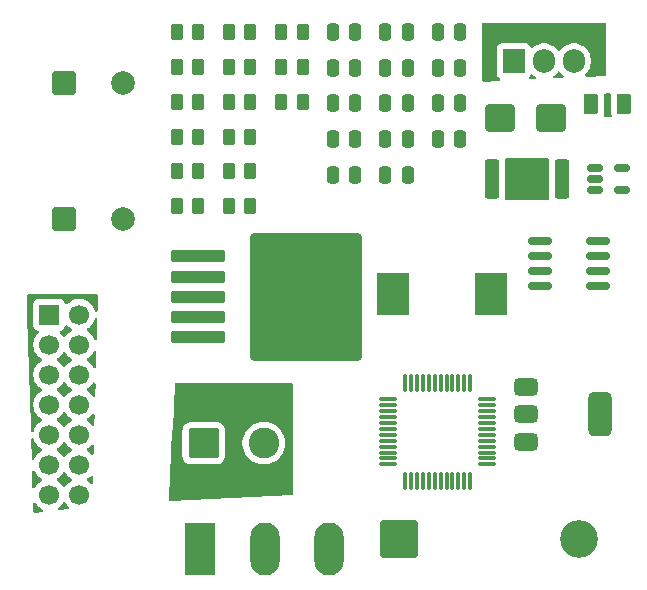
<source format=gbr>
%TF.GenerationSoftware,KiCad,Pcbnew,9.0.7*%
%TF.CreationDate,2026-02-08T16:25:53+05:30*%
%TF.ProjectId,gray,67726179-2e6b-4696-9361-645f70636258,rev?*%
%TF.SameCoordinates,Original*%
%TF.FileFunction,Copper,L1,Top*%
%TF.FilePolarity,Positive*%
%FSLAX46Y46*%
G04 Gerber Fmt 4.6, Leading zero omitted, Abs format (unit mm)*
G04 Created by KiCad (PCBNEW 9.0.7) date 2026-02-08 16:25:53*
%MOMM*%
%LPD*%
G01*
G04 APERTURE LIST*
G04 Aperture macros list*
%AMRoundRect*
0 Rectangle with rounded corners*
0 $1 Rounding radius*
0 $2 $3 $4 $5 $6 $7 $8 $9 X,Y pos of 4 corners*
0 Add a 4 corners polygon primitive as box body*
4,1,4,$2,$3,$4,$5,$6,$7,$8,$9,$2,$3,0*
0 Add four circle primitives for the rounded corners*
1,1,$1+$1,$2,$3*
1,1,$1+$1,$4,$5*
1,1,$1+$1,$6,$7*
1,1,$1+$1,$8,$9*
0 Add four rect primitives between the rounded corners*
20,1,$1+$1,$2,$3,$4,$5,0*
20,1,$1+$1,$4,$5,$6,$7,0*
20,1,$1+$1,$6,$7,$8,$9,0*
20,1,$1+$1,$8,$9,$2,$3,0*%
G04 Aperture macros list end*
%TA.AperFunction,SMDPad,CuDef*%
%ADD10R,2.700000X3.600000*%
%TD*%
%TA.AperFunction,SMDPad,CuDef*%
%ADD11RoundRect,0.075000X-0.662500X-0.075000X0.662500X-0.075000X0.662500X0.075000X-0.662500X0.075000X0*%
%TD*%
%TA.AperFunction,SMDPad,CuDef*%
%ADD12RoundRect,0.075000X-0.075000X-0.662500X0.075000X-0.662500X0.075000X0.662500X-0.075000X0.662500X0*%
%TD*%
%TA.AperFunction,SMDPad,CuDef*%
%ADD13RoundRect,0.150000X-0.825000X-0.150000X0.825000X-0.150000X0.825000X0.150000X-0.825000X0.150000X0*%
%TD*%
%TA.AperFunction,SMDPad,CuDef*%
%ADD14RoundRect,0.150000X-0.512500X-0.150000X0.512500X-0.150000X0.512500X0.150000X-0.512500X0.150000X0*%
%TD*%
%TA.AperFunction,SMDPad,CuDef*%
%ADD15RoundRect,0.250000X-2.050000X-0.300000X2.050000X-0.300000X2.050000X0.300000X-2.050000X0.300000X0*%
%TD*%
%TA.AperFunction,SMDPad,CuDef*%
%ADD16RoundRect,0.250002X-4.449998X-5.149998X4.449998X-5.149998X4.449998X5.149998X-4.449998X5.149998X0*%
%TD*%
%TA.AperFunction,SMDPad,CuDef*%
%ADD17RoundRect,0.250000X-0.262500X-0.450000X0.262500X-0.450000X0.262500X0.450000X-0.262500X0.450000X0*%
%TD*%
%TA.AperFunction,SMDPad,CuDef*%
%ADD18RoundRect,0.250000X-0.362500X-1.425000X0.362500X-1.425000X0.362500X1.425000X-0.362500X1.425000X0*%
%TD*%
%TA.AperFunction,ComponentPad*%
%ADD19R,2.500000X4.500000*%
%TD*%
%TA.AperFunction,ComponentPad*%
%ADD20O,2.500000X4.500000*%
%TD*%
%TA.AperFunction,ComponentPad*%
%ADD21R,1.905000X2.000000*%
%TD*%
%TA.AperFunction,ComponentPad*%
%ADD22O,1.905000X2.000000*%
%TD*%
%TA.AperFunction,ComponentPad*%
%ADD23R,1.700000X1.700000*%
%TD*%
%TA.AperFunction,ComponentPad*%
%ADD24C,1.700000*%
%TD*%
%TA.AperFunction,SMDPad,CuDef*%
%ADD25RoundRect,0.250000X-0.375000X-0.625000X0.375000X-0.625000X0.375000X0.625000X-0.375000X0.625000X0*%
%TD*%
%TA.AperFunction,ComponentPad*%
%ADD26RoundRect,0.250000X-1.050000X-1.050000X1.050000X-1.050000X1.050000X1.050000X-1.050000X1.050000X0*%
%TD*%
%TA.AperFunction,ComponentPad*%
%ADD27C,2.600000*%
%TD*%
%TA.AperFunction,SMDPad,CuDef*%
%ADD28RoundRect,0.250000X-1.000000X-0.900000X1.000000X-0.900000X1.000000X0.900000X-1.000000X0.900000X0*%
%TD*%
%TA.AperFunction,ComponentPad*%
%ADD29RoundRect,0.250000X-1.350000X-1.350000X1.350000X-1.350000X1.350000X1.350000X-1.350000X1.350000X0*%
%TD*%
%TA.AperFunction,ComponentPad*%
%ADD30C,3.200000*%
%TD*%
%TA.AperFunction,SMDPad,CuDef*%
%ADD31RoundRect,0.250000X-0.250000X-0.475000X0.250000X-0.475000X0.250000X0.475000X-0.250000X0.475000X0*%
%TD*%
%TA.AperFunction,ComponentPad*%
%ADD32RoundRect,0.250000X-0.750000X-0.750000X0.750000X-0.750000X0.750000X0.750000X-0.750000X0.750000X0*%
%TD*%
%TA.AperFunction,ComponentPad*%
%ADD33C,2.000000*%
%TD*%
%TA.AperFunction,SMDPad,CuDef*%
%ADD34RoundRect,0.375000X-0.625000X-0.375000X0.625000X-0.375000X0.625000X0.375000X-0.625000X0.375000X0*%
%TD*%
%TA.AperFunction,SMDPad,CuDef*%
%ADD35RoundRect,0.500000X-0.500000X-1.400000X0.500000X-1.400000X0.500000X1.400000X-0.500000X1.400000X0*%
%TD*%
G04 APERTURE END LIST*
D10*
%TO.P,L1,2,2*%
%TO.N,/+12V*%
X162300000Y-86500000D03*
%TO.P,L1,1,1*%
%TO.N,Net-(D1-A)*%
X154000000Y-86500000D03*
%TD*%
D11*
%TO.P,U5,1,VBAT*%
%TO.N,unconnected-(U5-VBAT-Pad1)*%
X153587500Y-95400000D03*
%TO.P,U5,2,PC13*%
%TO.N,Net-(J1-JTMS{slash}SWDIO)*%
X153587500Y-95900000D03*
%TO.P,U5,3,PC14*%
%TO.N,Net-(J1-JCLK{slash}SWCLK)*%
X153587500Y-96400000D03*
%TO.P,U5,4,PC15*%
%TO.N,unconnected-(U5-PC15-Pad4)*%
X153587500Y-96900000D03*
%TO.P,U5,5,PD0*%
%TO.N,unconnected-(U5-PD0-Pad5)*%
X153587500Y-97400000D03*
%TO.P,U5,6,PD1*%
%TO.N,unconnected-(U5-PD1-Pad6)*%
X153587500Y-97900000D03*
%TO.P,U5,7,NRST*%
%TO.N,Net-(U5-NRST)*%
X153587500Y-98400000D03*
%TO.P,U5,8,VSSA*%
%TO.N,GND*%
X153587500Y-98900000D03*
%TO.P,U5,9,VDDA*%
%TO.N,unconnected-(U5-VDDA-Pad9)*%
X153587500Y-99400000D03*
%TO.P,U5,10,PA0*%
%TO.N,Net-(U5-PA0)*%
X153587500Y-99900000D03*
%TO.P,U5,11,PA1*%
%TO.N,Net-(U5-PA1)*%
X153587500Y-100400000D03*
%TO.P,U5,12,PA2*%
%TO.N,Net-(U5-PA2)*%
X153587500Y-100900000D03*
D12*
%TO.P,U5,13,PA3*%
%TO.N,Net-(U5-PA3)*%
X155000000Y-102312500D03*
%TO.P,U5,14,PA4*%
%TO.N,Net-(U5-PA4)*%
X155500000Y-102312500D03*
%TO.P,U5,15,PA5*%
%TO.N,Net-(U5-PA5)*%
X156000000Y-102312500D03*
%TO.P,U5,16,PA6*%
%TO.N,Net-(U5-PA6)*%
X156500000Y-102312500D03*
%TO.P,U5,17,PA7*%
%TO.N,unconnected-(U5-PA7-Pad17)*%
X157000000Y-102312500D03*
%TO.P,U5,18,PB0*%
%TO.N,unconnected-(U5-PB0-Pad18)*%
X157500000Y-102312500D03*
%TO.P,U5,19,PB1*%
%TO.N,unconnected-(U5-PB1-Pad19)*%
X158000000Y-102312500D03*
%TO.P,U5,20,PB2*%
%TO.N,unconnected-(U5-PB2-Pad20)*%
X158500000Y-102312500D03*
%TO.P,U5,21,PB10*%
%TO.N,unconnected-(U5-PB10-Pad21)*%
X159000000Y-102312500D03*
%TO.P,U5,22,PB11*%
%TO.N,unconnected-(U5-PB11-Pad22)*%
X159500000Y-102312500D03*
%TO.P,U5,23,VSS*%
%TO.N,GND*%
X160000000Y-102312500D03*
%TO.P,U5,24,VDD*%
%TO.N,/+3V3*%
X160500000Y-102312500D03*
D11*
%TO.P,U5,25,PB12*%
%TO.N,unconnected-(U5-PB12-Pad25)*%
X161912500Y-100900000D03*
%TO.P,U5,26,PB13*%
%TO.N,unconnected-(U5-PB13-Pad26)*%
X161912500Y-100400000D03*
%TO.P,U5,27,PB14*%
%TO.N,unconnected-(U5-PB14-Pad27)*%
X161912500Y-99900000D03*
%TO.P,U5,28,PB15*%
%TO.N,unconnected-(U5-PB15-Pad28)*%
X161912500Y-99400000D03*
%TO.P,U5,29,PA8*%
%TO.N,Net-(U4-IN_A)*%
X161912500Y-98900000D03*
%TO.P,U5,30,PA9*%
%TO.N,unconnected-(U5-PA9-Pad30)*%
X161912500Y-98400000D03*
%TO.P,U5,31,PA10*%
%TO.N,unconnected-(U5-PA10-Pad31)*%
X161912500Y-97900000D03*
%TO.P,U5,32,PA11*%
%TO.N,unconnected-(U5-PA11-Pad32)*%
X161912500Y-97400000D03*
%TO.P,U5,33,PA12*%
%TO.N,unconnected-(U5-PA12-Pad33)*%
X161912500Y-96900000D03*
%TO.P,U5,34,PA13*%
%TO.N,unconnected-(U5-PA13-Pad34)*%
X161912500Y-96400000D03*
%TO.P,U5,35,VSS*%
%TO.N,GND*%
X161912500Y-95900000D03*
%TO.P,U5,36,VDD*%
%TO.N,/+3V3*%
X161912500Y-95400000D03*
D12*
%TO.P,U5,37,PA14*%
%TO.N,unconnected-(U5-PA14-Pad37)*%
X160500000Y-93987500D03*
%TO.P,U5,38,PA15*%
%TO.N,unconnected-(U5-PA15-Pad38)*%
X160000000Y-93987500D03*
%TO.P,U5,39,PB3*%
%TO.N,unconnected-(U5-PB3-Pad39)*%
X159500000Y-93987500D03*
%TO.P,U5,40,PB4*%
%TO.N,unconnected-(U5-PB4-Pad40)*%
X159000000Y-93987500D03*
%TO.P,U5,41,PB5*%
%TO.N,unconnected-(U5-PB5-Pad41)*%
X158500000Y-93987500D03*
%TO.P,U5,42,PB6*%
%TO.N,unconnected-(U5-PB6-Pad42)*%
X158000000Y-93987500D03*
%TO.P,U5,43,PB7*%
%TO.N,unconnected-(U5-PB7-Pad43)*%
X157500000Y-93987500D03*
%TO.P,U5,44,BOOT0*%
%TO.N,unconnected-(U5-BOOT0-Pad44)*%
X157000000Y-93987500D03*
%TO.P,U5,45,PB8*%
%TO.N,unconnected-(U5-PB8-Pad45)*%
X156500000Y-93987500D03*
%TO.P,U5,46,PB9*%
%TO.N,unconnected-(U5-PB9-Pad46)*%
X156000000Y-93987500D03*
%TO.P,U5,47,VSS*%
%TO.N,GND*%
X155500000Y-93987500D03*
%TO.P,U5,48,VDD*%
%TO.N,/+3V3*%
X155000000Y-93987500D03*
%TD*%
D13*
%TO.P,U4,1,NC*%
%TO.N,unconnected-(U4-NC-Pad1)*%
X166375000Y-81980000D03*
%TO.P,U4,2,IN_A*%
%TO.N,Net-(U4-IN_A)*%
X166375000Y-83250000D03*
%TO.P,U4,3,GND*%
%TO.N,GND*%
X166375000Y-84520000D03*
%TO.P,U4,4,IN_B*%
%TO.N,unconnected-(U4-IN_B-Pad4)*%
X166375000Y-85790000D03*
%TO.P,U4,5,OUT_B*%
%TO.N,unconnected-(U4-OUT_B-Pad5)*%
X171325000Y-85790000D03*
%TO.P,U4,6,V_{DD}*%
%TO.N,/+12V*%
X171325000Y-84520000D03*
%TO.P,U4,7,OUT_A*%
%TO.N,Net-(U4-OUT_A)*%
X171325000Y-83250000D03*
%TO.P,U4,8,NC*%
%TO.N,unconnected-(U4-NC-Pad8)*%
X171325000Y-81980000D03*
%TD*%
D14*
%TO.P,U3,1*%
%TO.N,Net-(U5-PA6)*%
X171102500Y-75775000D03*
%TO.P,U3,2,GND*%
%TO.N,GND*%
X171102500Y-76725000D03*
%TO.P,U3,3,+*%
%TO.N,Net-(U3-+)*%
X171102500Y-77675000D03*
%TO.P,U3,4,-*%
%TO.N,Net-(U3--)*%
X173377500Y-77675000D03*
%TO.P,U3,5,V+*%
%TO.N,unconnected-(U3-V+-Pad5)*%
X173377500Y-75775000D03*
%TD*%
D15*
%TO.P,U1,1,VIN*%
%TO.N,Net-(D3-A1)*%
X137450000Y-83300000D03*
%TO.P,U1,2,OUT*%
%TO.N,Net-(D1-A)*%
X137450000Y-85000000D03*
%TO.P,U1,3,GND*%
%TO.N,GND*%
X137450000Y-86700000D03*
D16*
X146600000Y-86700000D03*
D15*
%TO.P,U1,4,FB*%
%TO.N,unconnected-(U1-FB-Pad4)*%
X137450000Y-88400000D03*
%TO.P,U1,5,~{ON}/OFF*%
%TO.N,unconnected-(U1-~{ON}{slash}OFF-Pad5)*%
X137450000Y-90100000D03*
%TD*%
D17*
%TO.P,TH6,1*%
%TO.N,Net-(U5-PA5)*%
X144487500Y-70200000D03*
%TO.P,TH6,2*%
%TO.N,GND*%
X146312500Y-70200000D03*
%TD*%
%TO.P,TH5,1*%
%TO.N,Net-(U5-PA4)*%
X144487500Y-67250000D03*
%TO.P,TH5,2*%
%TO.N,GND*%
X146312500Y-67250000D03*
%TD*%
%TO.P,TH4,1*%
%TO.N,Net-(U5-PA3)*%
X144487500Y-64300000D03*
%TO.P,TH4,2*%
%TO.N,GND*%
X146312500Y-64300000D03*
%TD*%
%TO.P,TH3,1*%
%TO.N,Net-(U5-PA2)*%
X140077500Y-79050000D03*
%TO.P,TH3,2*%
%TO.N,GND*%
X141902500Y-79050000D03*
%TD*%
%TO.P,TH2,1*%
%TO.N,Net-(U5-PA1)*%
X140077500Y-76100000D03*
%TO.P,TH2,2*%
%TO.N,GND*%
X141902500Y-76100000D03*
%TD*%
%TO.P,TH1,1*%
%TO.N,Net-(U5-PA0)*%
X140077500Y-73150000D03*
%TO.P,TH1,2*%
%TO.N,GND*%
X141902500Y-73150000D03*
%TD*%
%TO.P,R23,1*%
%TO.N,Net-(Q2-G)*%
X140077500Y-70200000D03*
%TO.P,R23,2*%
%TO.N,GND*%
X141902500Y-70200000D03*
%TD*%
%TO.P,R17,1*%
%TO.N,Net-(U4-OUT_A)*%
X140077500Y-67250000D03*
%TO.P,R17,2*%
%TO.N,Net-(Q2-G)*%
X141902500Y-67250000D03*
%TD*%
D18*
%TO.P,R10,1*%
%TO.N,Net-(Q2-S)*%
X162347500Y-76780000D03*
%TO.P,R10,2*%
%TO.N,Net-(U3-+)*%
X168272500Y-76780000D03*
%TD*%
D17*
%TO.P,R9,1*%
%TO.N,/+3V3*%
X140077500Y-64300000D03*
%TO.P,R9,2*%
%TO.N,Net-(U5-PA5)*%
X141902500Y-64300000D03*
%TD*%
%TO.P,R8,1*%
%TO.N,/+3V3*%
X135667500Y-79050000D03*
%TO.P,R8,2*%
%TO.N,Net-(U5-PA3)*%
X137492500Y-79050000D03*
%TD*%
%TO.P,R7,1*%
%TO.N,/+3V3*%
X135667500Y-76100000D03*
%TO.P,R7,2*%
%TO.N,Net-(U5-PA1)*%
X137492500Y-76100000D03*
%TD*%
%TO.P,R6,1*%
%TO.N,/+3V3*%
X135667500Y-73150000D03*
%TO.P,R6,2*%
%TO.N,Net-(U5-PA4)*%
X137492500Y-73150000D03*
%TD*%
%TO.P,R5,1*%
%TO.N,/+3V3*%
X135667500Y-70200000D03*
%TO.P,R5,2*%
%TO.N,Net-(U5-PA2)*%
X137492500Y-70200000D03*
%TD*%
%TO.P,R4,1*%
%TO.N,/+3V3*%
X135667500Y-67250000D03*
%TO.P,R4,2*%
%TO.N,Net-(U5-PA0)*%
X137492500Y-67250000D03*
%TD*%
%TO.P,R1,1*%
%TO.N,Net-(U5-NRST)*%
X135667500Y-64300000D03*
%TO.P,R1,2*%
%TO.N,Net-(J1-~{RST})*%
X137492500Y-64300000D03*
%TD*%
D19*
%TO.P,Q2,1,G*%
%TO.N,Net-(Q2-G)*%
X137650000Y-108100000D03*
D20*
%TO.P,Q2,2,D*%
%TO.N,unconnected-(Q2-D-Pad2)*%
X143100000Y-108100000D03*
%TO.P,Q2,3,S*%
%TO.N,Net-(Q2-S)*%
X148550000Y-108100000D03*
%TD*%
D21*
%TO.P,Q1,1,G*%
%TO.N,unconnected-(Q1-G-Pad1)*%
X164190000Y-66750000D03*
D22*
%TO.P,Q1,2,D*%
%TO.N,Net-(Q1-D)*%
X166730000Y-66750000D03*
%TO.P,Q1,3,S*%
%TO.N,Net-(D3-A1)*%
X169270000Y-66750000D03*
%TD*%
D23*
%TO.P,J1,1,NC*%
%TO.N,unconnected-(J1-NC-Pad1)*%
X124860000Y-88230000D03*
D24*
%TO.P,J1,2,NC*%
%TO.N,unconnected-(J1-NC-Pad2)*%
X127400000Y-88230000D03*
%TO.P,J1,3,VCC*%
%TO.N,/+3V3*%
X124860000Y-90770000D03*
%TO.P,J1,4,JTMS/SWDIO*%
%TO.N,Net-(J1-JTMS{slash}SWDIO)*%
X127400000Y-90770000D03*
%TO.P,J1,5,GND*%
%TO.N,GND*%
X124860000Y-93310000D03*
%TO.P,J1,6,JCLK/SWCLK*%
%TO.N,Net-(J1-JCLK{slash}SWCLK)*%
X127400000Y-93310000D03*
%TO.P,J1,7,GND*%
%TO.N,GND*%
X124860000Y-95850000D03*
%TO.P,J1,8,JTDO/SWO*%
%TO.N,unconnected-(J1-JTDO{slash}SWO-Pad8)*%
X127400000Y-95850000D03*
%TO.P,J1,9,JRCLK/NC*%
%TO.N,unconnected-(J1-JRCLK{slash}NC-Pad9)*%
X124860000Y-98390000D03*
%TO.P,J1,10,JTDI/NC*%
%TO.N,unconnected-(J1-JTDI{slash}NC-Pad10)*%
X127400000Y-98390000D03*
%TO.P,J1,11,GNDDetect*%
%TO.N,unconnected-(J1-GNDDetect-Pad11)*%
X124860000Y-100930000D03*
%TO.P,J1,12,~{RST}*%
%TO.N,Net-(J1-~{RST})*%
X127400000Y-100930000D03*
%TO.P,J1,13,VCP_RX*%
%TO.N,unconnected-(J1-VCP_RX-Pad13)*%
X124860000Y-103470000D03*
%TO.P,J1,14,VCP_TX*%
%TO.N,unconnected-(J1-VCP_TX-Pad14)*%
X127400000Y-103470000D03*
%TD*%
D25*
%TO.P,F1,1*%
%TO.N,Net-(DC_input_40V1-Pin_1)*%
X170750000Y-70430000D03*
%TO.P,F1,2*%
%TO.N,Net-(Q1-D)*%
X173550000Y-70430000D03*
%TD*%
D26*
%TO.P,DC_input_40V1,1,Pin_1*%
%TO.N,Net-(DC_input_40V1-Pin_1)*%
X137940000Y-99110000D03*
D27*
%TO.P,DC_input_40V1,2,Pin_2*%
%TO.N,GND*%
X143020000Y-99110000D03*
%TD*%
D28*
%TO.P,D3,1,A1*%
%TO.N,Net-(D3-A1)*%
X163025000Y-71550000D03*
%TO.P,D3,2,A2*%
%TO.N,GND*%
X167325000Y-71550000D03*
%TD*%
D29*
%TO.P,D1,1,K*%
%TO.N,GND*%
X154450000Y-107200000D03*
D30*
%TO.P,D1,2,A*%
%TO.N,Net-(D1-A)*%
X169690000Y-107200000D03*
%TD*%
D31*
%TO.P,C23,1*%
%TO.N,/+3V3*%
X157780000Y-73360000D03*
%TO.P,C23,2*%
%TO.N,GND*%
X159680000Y-73360000D03*
%TD*%
%TO.P,C19,1*%
%TO.N,Net-(U5-PA5)*%
X157780000Y-70350000D03*
%TO.P,C19,2*%
%TO.N,GND*%
X159680000Y-70350000D03*
%TD*%
%TO.P,C18,1*%
%TO.N,Net-(U5-PA3)*%
X157780000Y-67340000D03*
%TO.P,C18,2*%
%TO.N,GND*%
X159680000Y-67340000D03*
%TD*%
%TO.P,C17,1*%
%TO.N,Net-(U5-PA2)*%
X157780000Y-64330000D03*
%TO.P,C17,2*%
%TO.N,GND*%
X159680000Y-64330000D03*
%TD*%
%TO.P,C16,1*%
%TO.N,Net-(U5-PA4)*%
X153330000Y-76370000D03*
%TO.P,C16,2*%
%TO.N,GND*%
X155230000Y-76370000D03*
%TD*%
%TO.P,C15,1*%
%TO.N,Net-(U5-PA1)*%
X153330000Y-73360000D03*
%TO.P,C15,2*%
%TO.N,GND*%
X155230000Y-73360000D03*
%TD*%
%TO.P,C14,1*%
%TO.N,Net-(U5-PA0)*%
X153330000Y-70350000D03*
%TO.P,C14,2*%
%TO.N,GND*%
X155230000Y-70350000D03*
%TD*%
%TO.P,C13,1*%
%TO.N,/+3V3*%
X153330000Y-67340000D03*
%TO.P,C13,2*%
%TO.N,GND*%
X155230000Y-67340000D03*
%TD*%
%TO.P,C11,1*%
%TO.N,Net-(D3-A1)*%
X153330000Y-64330000D03*
%TO.P,C11,2*%
%TO.N,GND*%
X155230000Y-64330000D03*
%TD*%
%TO.P,C7,1*%
%TO.N,/+3V3*%
X148880000Y-76370000D03*
%TO.P,C7,2*%
%TO.N,GND*%
X150780000Y-76370000D03*
%TD*%
%TO.P,C6,1*%
%TO.N,/+3V3*%
X148880000Y-73360000D03*
%TO.P,C6,2*%
%TO.N,GND*%
X150780000Y-73360000D03*
%TD*%
%TO.P,C5,1*%
%TO.N,/+12V*%
X148880000Y-70350000D03*
%TO.P,C5,2*%
%TO.N,GND*%
X150780000Y-70350000D03*
%TD*%
D32*
%TO.P,C4,1*%
%TO.N,Net-(D3-A1)*%
X126104646Y-80150000D03*
D33*
%TO.P,C4,2*%
%TO.N,GND*%
X131104646Y-80150000D03*
%TD*%
D31*
%TO.P,C3,1*%
%TO.N,/+12V*%
X148880000Y-67340000D03*
%TO.P,C3,2*%
%TO.N,GND*%
X150780000Y-67340000D03*
%TD*%
%TO.P,C2,1*%
%TO.N,/+3V3*%
X148880000Y-64330000D03*
%TO.P,C2,2*%
%TO.N,GND*%
X150780000Y-64330000D03*
%TD*%
D32*
%TO.P,C1,1*%
%TO.N,Net-(D3-A1)*%
X126104646Y-68600000D03*
D33*
%TO.P,C1,2*%
%TO.N,GND*%
X131104646Y-68600000D03*
%TD*%
D34*
%TO.P,U2,1,GND*%
%TO.N,GND*%
X165200000Y-94375000D03*
%TO.P,U2,2,VO*%
%TO.N,/+3V3*%
X165200000Y-96675000D03*
D35*
X171500000Y-96675000D03*
D34*
%TO.P,U2,3,VI*%
X165200000Y-98975000D03*
%TD*%
%TA.AperFunction,NonConductor*%
G36*
X145443039Y-94019685D02*
G01*
X145488794Y-94072489D01*
X145500000Y-94124000D01*
X145500000Y-103381763D01*
X145480315Y-103448802D01*
X145427511Y-103494557D01*
X145381898Y-103505623D01*
X135136570Y-103993496D01*
X135068670Y-103977022D01*
X135020455Y-103926454D01*
X135006827Y-103863447D01*
X135299501Y-98009983D01*
X136139500Y-98009983D01*
X136139500Y-100210001D01*
X136139501Y-100210018D01*
X136150000Y-100312796D01*
X136150001Y-100312799D01*
X136200962Y-100466587D01*
X136205186Y-100479334D01*
X136297288Y-100628656D01*
X136421344Y-100752712D01*
X136570666Y-100844814D01*
X136737203Y-100899999D01*
X136839991Y-100910500D01*
X139040008Y-100910499D01*
X139142797Y-100899999D01*
X139309334Y-100844814D01*
X139458656Y-100752712D01*
X139582712Y-100628656D01*
X139674814Y-100479334D01*
X139729999Y-100312797D01*
X139740500Y-100210009D01*
X139740499Y-98991995D01*
X141219500Y-98991995D01*
X141219500Y-99228004D01*
X141219501Y-99228020D01*
X141250306Y-99462010D01*
X141311394Y-99689993D01*
X141401714Y-99908045D01*
X141401719Y-99908056D01*
X141472677Y-100030957D01*
X141519727Y-100112450D01*
X141519729Y-100112453D01*
X141519730Y-100112454D01*
X141663406Y-100299697D01*
X141663412Y-100299704D01*
X141830295Y-100466587D01*
X141830302Y-100466593D01*
X141846909Y-100479336D01*
X142017550Y-100610273D01*
X142148918Y-100686118D01*
X142221943Y-100728280D01*
X142221948Y-100728282D01*
X142221951Y-100728284D01*
X142440007Y-100818606D01*
X142667986Y-100879693D01*
X142901989Y-100910500D01*
X142901996Y-100910500D01*
X143138004Y-100910500D01*
X143138011Y-100910500D01*
X143372014Y-100879693D01*
X143599993Y-100818606D01*
X143818049Y-100728284D01*
X144022450Y-100610273D01*
X144209699Y-100466592D01*
X144376592Y-100299699D01*
X144520273Y-100112450D01*
X144638284Y-99908049D01*
X144728606Y-99689993D01*
X144789693Y-99462014D01*
X144820500Y-99228011D01*
X144820500Y-98991989D01*
X144789693Y-98757986D01*
X144728606Y-98530007D01*
X144638284Y-98311951D01*
X144638282Y-98311948D01*
X144638280Y-98311943D01*
X144596118Y-98238918D01*
X144520273Y-98107550D01*
X144376592Y-97920301D01*
X144376587Y-97920295D01*
X144209704Y-97753412D01*
X144209697Y-97753406D01*
X144022454Y-97609730D01*
X144022453Y-97609729D01*
X144022450Y-97609727D01*
X143940957Y-97562677D01*
X143818056Y-97491719D01*
X143818045Y-97491714D01*
X143599993Y-97401394D01*
X143372010Y-97340306D01*
X143138020Y-97309501D01*
X143138017Y-97309500D01*
X143138011Y-97309500D01*
X142901989Y-97309500D01*
X142901983Y-97309500D01*
X142901979Y-97309501D01*
X142667989Y-97340306D01*
X142440006Y-97401394D01*
X142221954Y-97491714D01*
X142221943Y-97491719D01*
X142017545Y-97609730D01*
X141830302Y-97753406D01*
X141830295Y-97753412D01*
X141663412Y-97920295D01*
X141663406Y-97920302D01*
X141519730Y-98107545D01*
X141401719Y-98311943D01*
X141401714Y-98311954D01*
X141311394Y-98530006D01*
X141250306Y-98757989D01*
X141219501Y-98991979D01*
X141219500Y-98991995D01*
X139740499Y-98991995D01*
X139740499Y-98009992D01*
X139729999Y-97907203D01*
X139674814Y-97740666D01*
X139582712Y-97591344D01*
X139458656Y-97467288D01*
X139309334Y-97375186D01*
X139142797Y-97320001D01*
X139142795Y-97320000D01*
X139040010Y-97309500D01*
X136839998Y-97309500D01*
X136839981Y-97309501D01*
X136737203Y-97320000D01*
X136737200Y-97320001D01*
X136570668Y-97375185D01*
X136570663Y-97375187D01*
X136421342Y-97467289D01*
X136297289Y-97591342D01*
X136205187Y-97740663D01*
X136205185Y-97740668D01*
X136200962Y-97753412D01*
X136150001Y-97907203D01*
X136150001Y-97907204D01*
X136150000Y-97907204D01*
X136139500Y-98009983D01*
X135299501Y-98009983D01*
X135304640Y-97907200D01*
X135494110Y-94117808D01*
X135517118Y-94051835D01*
X135572140Y-94008774D01*
X135617955Y-94000000D01*
X145376000Y-94000000D01*
X145443039Y-94019685D01*
G37*
%TD.AperFunction*%
%TA.AperFunction,NonConductor*%
G36*
X167132324Y-75019685D02*
G01*
X167178079Y-75072489D01*
X167188023Y-75141647D01*
X167182993Y-75162994D01*
X167170072Y-75201986D01*
X167170000Y-75202206D01*
X167159500Y-75304983D01*
X167159500Y-78255001D01*
X167159501Y-78255019D01*
X167170573Y-78363399D01*
X167157803Y-78432092D01*
X167109922Y-78482976D01*
X167047215Y-78500000D01*
X163572785Y-78500000D01*
X163505746Y-78480315D01*
X163459991Y-78427511D01*
X163449427Y-78363398D01*
X163460499Y-78255018D01*
X163460500Y-78255009D01*
X163460499Y-75304992D01*
X163449999Y-75202203D01*
X163437010Y-75163004D01*
X163434608Y-75093176D01*
X163470340Y-75033134D01*
X163532860Y-75001941D01*
X163554716Y-75000000D01*
X167065285Y-75000000D01*
X167132324Y-75019685D01*
G37*
%TD.AperFunction*%
%TA.AperFunction,NonConductor*%
G36*
X172381268Y-69519685D02*
G01*
X172427023Y-69572489D01*
X172436967Y-69641647D01*
X172435482Y-69649957D01*
X172435000Y-69652204D01*
X172424500Y-69754983D01*
X172424500Y-71105001D01*
X172424501Y-71105018D01*
X172435000Y-71207796D01*
X172452768Y-71261416D01*
X172477814Y-71336998D01*
X172480216Y-71406824D01*
X172444485Y-71466866D01*
X172381964Y-71498059D01*
X172360108Y-71500000D01*
X171939892Y-71500000D01*
X171872853Y-71480315D01*
X171827098Y-71427511D01*
X171817154Y-71358353D01*
X171822184Y-71337002D01*
X171864999Y-71207797D01*
X171875500Y-71105009D01*
X171875499Y-69754992D01*
X171864999Y-69652203D01*
X171864997Y-69652198D01*
X171864518Y-69649955D01*
X171864624Y-69648534D01*
X171864311Y-69645468D01*
X171864858Y-69645412D01*
X171869734Y-69580280D01*
X171911791Y-69524486D01*
X171977337Y-69500287D01*
X171985771Y-69500000D01*
X172314229Y-69500000D01*
X172381268Y-69519685D01*
G37*
%TD.AperFunction*%
%TA.AperFunction,NonConductor*%
G36*
X168086420Y-67643523D02*
G01*
X168100314Y-67659556D01*
X168161714Y-67744066D01*
X168323434Y-67905786D01*
X168370647Y-67940088D01*
X168385824Y-67951115D01*
X168428489Y-68006446D01*
X168434468Y-68076059D01*
X168401862Y-68137854D01*
X168341023Y-68172211D01*
X168318836Y-68175293D01*
X167649060Y-68207187D01*
X167581160Y-68190713D01*
X167532945Y-68140145D01*
X167519724Y-68071538D01*
X167545693Y-68006674D01*
X167570274Y-67983011D01*
X167676566Y-67905786D01*
X167838286Y-67744066D01*
X167899683Y-67659559D01*
X167955012Y-67616896D01*
X168024625Y-67610917D01*
X168086420Y-67643523D01*
G37*
%TD.AperFunction*%
%TA.AperFunction,NonConductor*%
G36*
X165717568Y-67887054D02*
G01*
X165731303Y-67885169D01*
X165751036Y-67894333D01*
X165772297Y-67898958D01*
X165785746Y-67907465D01*
X165905617Y-67994557D01*
X165968463Y-68040218D01*
X165995481Y-68053984D01*
X166046277Y-68101958D01*
X166063073Y-68169779D01*
X166040536Y-68235914D01*
X165985821Y-68279366D01*
X165945085Y-68288329D01*
X165606144Y-68304469D01*
X165594097Y-68301546D01*
X165581816Y-68303232D01*
X165560781Y-68293463D01*
X165538244Y-68287995D01*
X165529689Y-68279023D01*
X165518447Y-68273802D01*
X165506033Y-68254212D01*
X165490029Y-68237427D01*
X165487683Y-68225255D01*
X165481048Y-68214784D01*
X165481196Y-68191590D01*
X165476808Y-68168820D01*
X165481425Y-68155614D01*
X165481494Y-68144916D01*
X165493457Y-68121206D01*
X165496360Y-68112905D01*
X165499668Y-68107828D01*
X165500046Y-68107546D01*
X165586296Y-67992331D01*
X165601491Y-67951588D01*
X165608987Y-67940088D01*
X165625523Y-67925942D01*
X165638560Y-67908527D01*
X165651546Y-67903682D01*
X165662082Y-67894671D01*
X165683638Y-67891711D01*
X165704023Y-67884108D01*
X165717568Y-67887054D01*
G37*
%TD.AperFunction*%
%TA.AperFunction,NonConductor*%
G36*
X171943039Y-63519685D02*
G01*
X171988794Y-63572489D01*
X172000000Y-63624000D01*
X172000000Y-67881763D01*
X171980315Y-67948802D01*
X171927511Y-67994557D01*
X171881898Y-68005623D01*
X170348846Y-68078625D01*
X170280946Y-68062151D01*
X170232731Y-68011583D01*
X170219510Y-67942976D01*
X170245479Y-67878112D01*
X170255251Y-67867100D01*
X170378286Y-67744066D01*
X170512717Y-67559038D01*
X170616548Y-67355258D01*
X170687222Y-67137745D01*
X170723000Y-66911854D01*
X170723000Y-66588146D01*
X170687222Y-66362255D01*
X170687221Y-66362251D01*
X170687221Y-66362250D01*
X170616549Y-66144744D01*
X170616548Y-66144742D01*
X170512717Y-65940962D01*
X170378286Y-65755934D01*
X170216566Y-65594214D01*
X170031538Y-65459783D01*
X169827755Y-65355950D01*
X169610248Y-65285278D01*
X169424812Y-65255908D01*
X169384354Y-65249500D01*
X169155646Y-65249500D01*
X169115188Y-65255908D01*
X168929753Y-65285278D01*
X168929750Y-65285278D01*
X168712244Y-65355950D01*
X168508461Y-65459783D01*
X168442550Y-65507671D01*
X168323434Y-65594214D01*
X168323432Y-65594216D01*
X168323431Y-65594216D01*
X168161715Y-65755932D01*
X168100318Y-65840438D01*
X168044987Y-65883103D01*
X167975374Y-65889082D01*
X167913579Y-65856476D01*
X167899682Y-65840438D01*
X167888773Y-65825423D01*
X167838286Y-65755934D01*
X167676566Y-65594214D01*
X167491538Y-65459783D01*
X167287755Y-65355950D01*
X167070248Y-65285278D01*
X166884812Y-65255908D01*
X166844354Y-65249500D01*
X166615646Y-65249500D01*
X166575188Y-65255908D01*
X166389753Y-65285278D01*
X166389750Y-65285278D01*
X166172244Y-65355950D01*
X165968461Y-65459783D01*
X165785759Y-65592525D01*
X165719952Y-65616005D01*
X165651898Y-65600180D01*
X165603203Y-65550074D01*
X165596690Y-65535538D01*
X165586296Y-65507669D01*
X165586293Y-65507664D01*
X165500047Y-65392455D01*
X165500044Y-65392452D01*
X165384835Y-65306206D01*
X165384828Y-65306202D01*
X165249982Y-65255908D01*
X165249983Y-65255908D01*
X165190383Y-65249501D01*
X165190381Y-65249500D01*
X165190373Y-65249500D01*
X165190364Y-65249500D01*
X163189629Y-65249500D01*
X163189623Y-65249501D01*
X163130016Y-65255908D01*
X162995171Y-65306202D01*
X162995164Y-65306206D01*
X162879955Y-65392452D01*
X162879952Y-65392455D01*
X162793706Y-65507664D01*
X162793702Y-65507671D01*
X162743408Y-65642517D01*
X162737001Y-65702116D01*
X162737000Y-65702135D01*
X162737000Y-67797870D01*
X162737001Y-67797876D01*
X162743408Y-67857483D01*
X162793702Y-67992328D01*
X162793706Y-67992335D01*
X162879952Y-68107544D01*
X162879955Y-68107547D01*
X162995164Y-68193793D01*
X163002954Y-68198047D01*
X163001211Y-68201237D01*
X163043326Y-68232729D01*
X163067777Y-68298180D01*
X163052962Y-68366461D01*
X163003582Y-68415893D01*
X162949996Y-68430952D01*
X161629898Y-68493814D01*
X161561998Y-68477340D01*
X161513783Y-68426772D01*
X161500000Y-68369954D01*
X161500000Y-63624000D01*
X161519685Y-63556961D01*
X161572489Y-63511206D01*
X161624000Y-63500000D01*
X171876000Y-63500000D01*
X171943039Y-63519685D01*
G37*
%TD.AperFunction*%
%TA.AperFunction,NonConductor*%
G36*
X126378418Y-89125417D02*
G01*
X126406673Y-89146569D01*
X126520213Y-89260109D01*
X126692182Y-89385050D01*
X126700946Y-89389516D01*
X126751742Y-89437491D01*
X126768536Y-89505312D01*
X126745998Y-89571447D01*
X126700946Y-89610484D01*
X126692182Y-89614949D01*
X126520213Y-89739890D01*
X126369890Y-89890213D01*
X126244949Y-90062182D01*
X126240484Y-90070946D01*
X126192509Y-90121742D01*
X126124688Y-90138536D01*
X126058553Y-90115998D01*
X126019516Y-90070946D01*
X126015050Y-90062182D01*
X125890109Y-89890213D01*
X125776569Y-89776673D01*
X125743084Y-89715350D01*
X125748068Y-89645658D01*
X125789940Y-89589725D01*
X125820915Y-89572810D01*
X125952331Y-89523796D01*
X126067546Y-89437546D01*
X126153796Y-89322331D01*
X126202810Y-89190916D01*
X126244681Y-89134984D01*
X126310145Y-89110566D01*
X126378418Y-89125417D01*
G37*
%TD.AperFunction*%
%TA.AperFunction,NonConductor*%
G36*
X128871157Y-88530928D02*
G01*
X128922633Y-88578172D01*
X128940398Y-88645649D01*
X128896496Y-90226120D01*
X128874958Y-90292587D01*
X128820904Y-90336858D01*
X128751496Y-90344878D01*
X128688770Y-90314099D01*
X128654613Y-90260994D01*
X128651556Y-90251586D01*
X128585397Y-90121742D01*
X128555051Y-90062184D01*
X128555049Y-90062181D01*
X128555048Y-90062179D01*
X128430109Y-89890213D01*
X128279786Y-89739890D01*
X128107820Y-89614951D01*
X128107115Y-89614591D01*
X128099054Y-89610485D01*
X128048259Y-89562512D01*
X128031463Y-89494692D01*
X128053999Y-89428556D01*
X128099054Y-89389515D01*
X128107816Y-89385051D01*
X128194138Y-89322335D01*
X128279786Y-89260109D01*
X128279788Y-89260106D01*
X128279792Y-89260104D01*
X128430104Y-89109792D01*
X128430106Y-89109788D01*
X128430109Y-89109786D01*
X128555048Y-88937820D01*
X128555047Y-88937820D01*
X128555051Y-88937816D01*
X128651557Y-88748412D01*
X128698516Y-88603885D01*
X128737952Y-88546213D01*
X128802311Y-88519014D01*
X128871157Y-88530928D01*
G37*
%TD.AperFunction*%
%TA.AperFunction,NonConductor*%
G36*
X126201444Y-91423999D02*
G01*
X126240486Y-91469056D01*
X126244951Y-91477820D01*
X126369890Y-91649786D01*
X126520213Y-91800109D01*
X126692182Y-91925050D01*
X126700946Y-91929516D01*
X126751742Y-91977491D01*
X126768536Y-92045312D01*
X126745998Y-92111447D01*
X126700946Y-92150484D01*
X126692182Y-92154949D01*
X126520213Y-92279890D01*
X126369890Y-92430213D01*
X126244949Y-92602182D01*
X126240484Y-92610946D01*
X126192509Y-92661742D01*
X126124688Y-92678536D01*
X126058553Y-92655998D01*
X126019516Y-92610946D01*
X126015050Y-92602182D01*
X125890109Y-92430213D01*
X125739786Y-92279890D01*
X125567820Y-92154951D01*
X125567115Y-92154591D01*
X125559054Y-92150485D01*
X125508259Y-92102512D01*
X125491463Y-92034692D01*
X125513999Y-91968556D01*
X125559054Y-91929515D01*
X125567816Y-91925051D01*
X125589789Y-91909086D01*
X125739786Y-91800109D01*
X125739788Y-91800106D01*
X125739792Y-91800104D01*
X125890104Y-91649792D01*
X125890106Y-91649788D01*
X125890109Y-91649786D01*
X126015048Y-91477820D01*
X126015047Y-91477820D01*
X126015051Y-91477816D01*
X126019514Y-91469054D01*
X126067488Y-91418259D01*
X126135308Y-91401463D01*
X126201444Y-91423999D01*
G37*
%TD.AperFunction*%
%TA.AperFunction,NonConductor*%
G36*
X128811630Y-91286254D02*
G01*
X128855082Y-91340969D01*
X128864137Y-91391046D01*
X128829766Y-92628383D01*
X128808228Y-92694850D01*
X128754174Y-92739121D01*
X128684766Y-92747141D01*
X128622040Y-92716362D01*
X128595329Y-92681234D01*
X128555050Y-92602182D01*
X128430109Y-92430213D01*
X128279786Y-92279890D01*
X128107820Y-92154951D01*
X128107115Y-92154591D01*
X128099054Y-92150485D01*
X128048259Y-92102512D01*
X128031463Y-92034692D01*
X128053999Y-91968556D01*
X128099054Y-91929515D01*
X128107816Y-91925051D01*
X128129789Y-91909086D01*
X128279786Y-91800109D01*
X128279788Y-91800106D01*
X128279792Y-91800104D01*
X128430104Y-91649792D01*
X128430106Y-91649788D01*
X128430109Y-91649786D01*
X128555048Y-91477820D01*
X128555047Y-91477820D01*
X128555051Y-91477816D01*
X128629700Y-91331307D01*
X128677674Y-91280512D01*
X128745495Y-91263717D01*
X128811630Y-91286254D01*
G37*
%TD.AperFunction*%
%TA.AperFunction,NonConductor*%
G36*
X128736981Y-93972695D02*
G01*
X128780446Y-94027400D01*
X128789512Y-94077504D01*
X128762510Y-95049602D01*
X128740972Y-95116069D01*
X128686918Y-95160340D01*
X128617510Y-95168360D01*
X128554785Y-95137581D01*
X128538240Y-95119044D01*
X128430109Y-94970214D01*
X128430105Y-94970209D01*
X128279786Y-94819890D01*
X128107820Y-94694951D01*
X128107115Y-94694591D01*
X128099054Y-94690485D01*
X128048259Y-94642512D01*
X128031463Y-94574692D01*
X128053999Y-94508556D01*
X128099054Y-94469515D01*
X128107816Y-94465051D01*
X128129789Y-94449086D01*
X128279786Y-94340109D01*
X128279788Y-94340106D01*
X128279792Y-94340104D01*
X128430104Y-94189792D01*
X128430106Y-94189788D01*
X128430109Y-94189786D01*
X128511685Y-94077504D01*
X128555051Y-94017816D01*
X128555063Y-94017790D01*
X128555072Y-94017781D01*
X128557596Y-94013664D01*
X128558459Y-94014193D01*
X128603024Y-93966985D01*
X128670841Y-93950173D01*
X128736981Y-93972695D01*
G37*
%TD.AperFunction*%
%TA.AperFunction,NonConductor*%
G36*
X126201444Y-93963999D02*
G01*
X126240484Y-94009054D01*
X126243103Y-94014193D01*
X126244951Y-94017820D01*
X126369890Y-94189786D01*
X126520213Y-94340109D01*
X126692182Y-94465050D01*
X126700946Y-94469516D01*
X126751742Y-94517491D01*
X126768536Y-94585312D01*
X126745998Y-94651447D01*
X126700946Y-94690484D01*
X126692182Y-94694949D01*
X126520213Y-94819890D01*
X126369890Y-94970213D01*
X126244949Y-95142182D01*
X126240484Y-95150946D01*
X126192509Y-95201742D01*
X126124688Y-95218536D01*
X126058553Y-95195998D01*
X126019516Y-95150946D01*
X126015050Y-95142182D01*
X125890109Y-94970213D01*
X125739786Y-94819890D01*
X125567820Y-94694951D01*
X125567115Y-94694591D01*
X125559054Y-94690485D01*
X125508259Y-94642512D01*
X125491463Y-94574692D01*
X125513999Y-94508556D01*
X125559054Y-94469515D01*
X125567816Y-94465051D01*
X125589789Y-94449086D01*
X125739786Y-94340109D01*
X125739788Y-94340106D01*
X125739792Y-94340104D01*
X125890104Y-94189792D01*
X125890106Y-94189788D01*
X125890109Y-94189786D01*
X126015048Y-94017820D01*
X126015047Y-94017820D01*
X126015051Y-94017816D01*
X126019514Y-94009054D01*
X126067488Y-93958259D01*
X126135308Y-93941463D01*
X126201444Y-93963999D01*
G37*
%TD.AperFunction*%
%TA.AperFunction,NonConductor*%
G36*
X128678545Y-96628825D02*
G01*
X128712902Y-96689663D01*
X128716077Y-96721193D01*
X128694552Y-97496066D01*
X128673014Y-97562533D01*
X128618960Y-97606804D01*
X128549552Y-97614824D01*
X128486826Y-97584045D01*
X128470281Y-97565507D01*
X128430107Y-97510211D01*
X128279786Y-97359890D01*
X128107820Y-97234951D01*
X128107115Y-97234591D01*
X128099054Y-97230485D01*
X128048259Y-97182512D01*
X128031463Y-97114692D01*
X128053999Y-97048556D01*
X128099054Y-97009515D01*
X128107816Y-97005051D01*
X128129789Y-96989086D01*
X128279786Y-96880109D01*
X128279788Y-96880106D01*
X128279792Y-96880104D01*
X128430104Y-96729792D01*
X128491807Y-96644863D01*
X128547136Y-96602199D01*
X128616749Y-96596220D01*
X128678545Y-96628825D01*
G37*
%TD.AperFunction*%
%TA.AperFunction,NonConductor*%
G36*
X126201444Y-96503999D02*
G01*
X126240486Y-96549056D01*
X126244951Y-96557820D01*
X126369890Y-96729786D01*
X126520213Y-96880109D01*
X126692182Y-97005050D01*
X126700946Y-97009516D01*
X126751742Y-97057491D01*
X126768536Y-97125312D01*
X126745998Y-97191447D01*
X126700946Y-97230484D01*
X126692182Y-97234949D01*
X126520213Y-97359890D01*
X126369890Y-97510213D01*
X126244949Y-97682182D01*
X126240484Y-97690946D01*
X126192509Y-97741742D01*
X126124688Y-97758536D01*
X126058553Y-97735998D01*
X126019516Y-97690946D01*
X126015050Y-97682182D01*
X125890109Y-97510213D01*
X125739786Y-97359890D01*
X125567820Y-97234951D01*
X125567115Y-97234591D01*
X125559054Y-97230485D01*
X125508259Y-97182512D01*
X125491463Y-97114692D01*
X125513999Y-97048556D01*
X125559054Y-97009515D01*
X125567816Y-97005051D01*
X125589789Y-96989086D01*
X125739786Y-96880109D01*
X125739788Y-96880106D01*
X125739792Y-96880104D01*
X125890104Y-96729792D01*
X125890106Y-96729788D01*
X125890109Y-96729786D01*
X126015048Y-96557820D01*
X126015047Y-96557820D01*
X126015051Y-96557816D01*
X126019514Y-96549054D01*
X126067488Y-96498259D01*
X126135308Y-96481463D01*
X126201444Y-96503999D01*
G37*
%TD.AperFunction*%
%TA.AperFunction,NonConductor*%
G36*
X128939547Y-86519685D02*
G01*
X128985302Y-86572489D01*
X128996460Y-86627443D01*
X128961471Y-87887004D01*
X128939933Y-87953471D01*
X128885879Y-87997742D01*
X128816471Y-88005762D01*
X128753745Y-87974983D01*
X128719425Y-87918170D01*
X128718751Y-87918390D01*
X128717812Y-87915500D01*
X128717618Y-87915179D01*
X128717308Y-87913951D01*
X128717246Y-87913763D01*
X128717246Y-87913757D01*
X128651557Y-87711588D01*
X128555051Y-87522184D01*
X128555049Y-87522181D01*
X128555048Y-87522179D01*
X128430109Y-87350213D01*
X128279786Y-87199890D01*
X128107820Y-87074951D01*
X127918414Y-86978444D01*
X127918413Y-86978443D01*
X127918412Y-86978443D01*
X127716243Y-86912754D01*
X127716241Y-86912753D01*
X127716240Y-86912753D01*
X127554957Y-86887208D01*
X127506287Y-86879500D01*
X127293713Y-86879500D01*
X127245042Y-86887208D01*
X127083760Y-86912753D01*
X126881585Y-86978444D01*
X126692179Y-87074951D01*
X126520215Y-87199889D01*
X126406673Y-87313431D01*
X126345350Y-87346915D01*
X126275658Y-87341931D01*
X126219725Y-87300059D01*
X126202810Y-87269082D01*
X126153797Y-87137671D01*
X126153793Y-87137664D01*
X126067547Y-87022455D01*
X126067544Y-87022452D01*
X125952335Y-86936206D01*
X125952328Y-86936202D01*
X125817482Y-86885908D01*
X125817483Y-86885908D01*
X125757883Y-86879501D01*
X125757881Y-86879500D01*
X125757873Y-86879500D01*
X125757864Y-86879500D01*
X123962129Y-86879500D01*
X123962123Y-86879501D01*
X123902516Y-86885908D01*
X123767671Y-86936202D01*
X123767664Y-86936206D01*
X123652455Y-87022452D01*
X123652452Y-87022455D01*
X123566206Y-87137664D01*
X123566202Y-87137671D01*
X123515908Y-87272517D01*
X123509501Y-87332116D01*
X123509500Y-87332135D01*
X123509500Y-89127870D01*
X123509501Y-89127876D01*
X123515908Y-89187483D01*
X123566202Y-89322328D01*
X123566206Y-89322335D01*
X123652452Y-89437544D01*
X123652455Y-89437547D01*
X123767664Y-89523793D01*
X123767671Y-89523797D01*
X123899082Y-89572810D01*
X123955016Y-89614681D01*
X123979433Y-89680145D01*
X123964582Y-89748418D01*
X123943431Y-89776673D01*
X123829889Y-89890215D01*
X123704951Y-90062179D01*
X123608444Y-90251585D01*
X123542753Y-90453760D01*
X123509500Y-90663713D01*
X123509500Y-90876286D01*
X123542753Y-91086239D01*
X123608444Y-91288414D01*
X123704951Y-91477820D01*
X123829890Y-91649786D01*
X123980213Y-91800109D01*
X124152182Y-91925050D01*
X124160946Y-91929516D01*
X124211742Y-91977491D01*
X124228536Y-92045312D01*
X124205998Y-92111447D01*
X124160946Y-92150484D01*
X124152182Y-92154949D01*
X123980213Y-92279890D01*
X123829890Y-92430213D01*
X123704951Y-92602179D01*
X123608444Y-92791585D01*
X123542753Y-92993760D01*
X123509500Y-93203713D01*
X123509500Y-93416286D01*
X123542753Y-93626239D01*
X123608444Y-93828414D01*
X123704951Y-94017820D01*
X123829890Y-94189786D01*
X123980213Y-94340109D01*
X124152182Y-94465050D01*
X124160946Y-94469516D01*
X124211742Y-94517491D01*
X124228536Y-94585312D01*
X124205998Y-94651447D01*
X124160946Y-94690484D01*
X124152182Y-94694949D01*
X123980213Y-94819890D01*
X123829890Y-94970213D01*
X123704951Y-95142179D01*
X123608444Y-95331585D01*
X123542753Y-95533760D01*
X123509500Y-95743713D01*
X123509500Y-95956286D01*
X123542753Y-96166239D01*
X123608444Y-96368414D01*
X123704951Y-96557820D01*
X123829890Y-96729786D01*
X123980213Y-96880109D01*
X124152182Y-97005050D01*
X124160946Y-97009516D01*
X124211742Y-97057491D01*
X124228536Y-97125312D01*
X124205998Y-97191447D01*
X124160946Y-97230484D01*
X124152182Y-97234949D01*
X123980213Y-97359890D01*
X123829890Y-97510213D01*
X123704951Y-97682179D01*
X123608444Y-97871585D01*
X123542754Y-98073757D01*
X123539967Y-98091352D01*
X123510036Y-98154486D01*
X123450723Y-98191416D01*
X123380861Y-98190416D01*
X123322629Y-98151805D01*
X123294516Y-98087841D01*
X123293549Y-98075646D01*
X123284094Y-97758536D01*
X123000055Y-88231844D01*
X123000000Y-88228149D01*
X123000000Y-86624000D01*
X123019685Y-86556961D01*
X123072489Y-86511206D01*
X123124000Y-86500000D01*
X128872508Y-86500000D01*
X128939547Y-86519685D01*
G37*
%TD.AperFunction*%
%TA.AperFunction,NonConductor*%
G36*
X128562161Y-99240247D02*
G01*
X128618095Y-99282118D01*
X128642512Y-99347583D01*
X128642780Y-99359872D01*
X128626371Y-99950604D01*
X128604833Y-100017071D01*
X128550779Y-100061342D01*
X128481371Y-100069362D01*
X128418645Y-100038583D01*
X128414738Y-100034842D01*
X128279786Y-99899890D01*
X128107820Y-99774951D01*
X128107115Y-99774591D01*
X128099054Y-99770485D01*
X128048259Y-99722512D01*
X128031463Y-99654692D01*
X128053999Y-99588556D01*
X128099054Y-99549515D01*
X128107816Y-99545051D01*
X128279792Y-99420104D01*
X128430104Y-99269792D01*
X128430109Y-99269784D01*
X128431146Y-99268748D01*
X128492470Y-99235263D01*
X128562161Y-99240247D01*
G37*
%TD.AperFunction*%
%TA.AperFunction,NonConductor*%
G36*
X126201444Y-99043999D02*
G01*
X126240486Y-99089056D01*
X126244951Y-99097820D01*
X126369890Y-99269786D01*
X126520213Y-99420109D01*
X126692182Y-99545050D01*
X126700946Y-99549516D01*
X126751742Y-99597491D01*
X126768536Y-99665312D01*
X126745998Y-99731447D01*
X126700946Y-99770484D01*
X126692182Y-99774949D01*
X126520213Y-99899890D01*
X126369890Y-100050213D01*
X126244949Y-100222182D01*
X126240484Y-100230946D01*
X126192509Y-100281742D01*
X126124688Y-100298536D01*
X126058553Y-100275998D01*
X126019516Y-100230946D01*
X126015050Y-100222182D01*
X125890109Y-100050213D01*
X125739786Y-99899890D01*
X125567820Y-99774951D01*
X125567115Y-99774591D01*
X125559054Y-99770485D01*
X125508259Y-99722512D01*
X125491463Y-99654692D01*
X125513999Y-99588556D01*
X125559054Y-99549515D01*
X125567816Y-99545051D01*
X125589789Y-99529086D01*
X125739786Y-99420109D01*
X125739788Y-99420106D01*
X125739792Y-99420104D01*
X125890104Y-99269792D01*
X125890106Y-99269788D01*
X125890109Y-99269786D01*
X126015048Y-99097820D01*
X126015047Y-99097820D01*
X126015051Y-99097816D01*
X126019514Y-99089054D01*
X126067488Y-99038259D01*
X126135308Y-99021463D01*
X126201444Y-99043999D01*
G37*
%TD.AperFunction*%
%TA.AperFunction,NonConductor*%
G36*
X123517207Y-98691590D02*
G01*
X123556716Y-98749216D01*
X123556764Y-98749362D01*
X123608444Y-98908416D01*
X123704951Y-99097820D01*
X123829890Y-99269786D01*
X123980213Y-99420109D01*
X124152182Y-99545050D01*
X124160946Y-99549516D01*
X124211742Y-99597491D01*
X124228536Y-99665312D01*
X124205998Y-99731447D01*
X124160946Y-99770484D01*
X124152182Y-99774949D01*
X123980213Y-99899890D01*
X123829890Y-100050213D01*
X123704951Y-100222179D01*
X123608442Y-100411588D01*
X123604407Y-100424007D01*
X123564968Y-100481681D01*
X123500608Y-100508876D01*
X123431762Y-100496959D01*
X123380288Y-100449713D01*
X123362533Y-100389381D01*
X123314888Y-98791372D01*
X123332566Y-98723780D01*
X123383983Y-98676472D01*
X123452814Y-98664472D01*
X123517207Y-98691590D01*
G37*
%TD.AperFunction*%
%TA.AperFunction,NonConductor*%
G36*
X128489590Y-101852818D02*
G01*
X128545524Y-101894689D01*
X128569941Y-101960153D01*
X128570209Y-101972443D01*
X128557723Y-102421956D01*
X128536185Y-102488423D01*
X128482131Y-102532694D01*
X128412723Y-102540714D01*
X128349998Y-102509935D01*
X128346090Y-102506194D01*
X128279786Y-102439890D01*
X128107820Y-102314951D01*
X128107115Y-102314591D01*
X128099054Y-102310485D01*
X128048259Y-102262512D01*
X128031463Y-102194692D01*
X128053999Y-102128556D01*
X128099054Y-102089515D01*
X128107816Y-102085051D01*
X128279792Y-101960104D01*
X128358579Y-101881316D01*
X128419898Y-101847834D01*
X128489590Y-101852818D01*
G37*
%TD.AperFunction*%
%TA.AperFunction,NonConductor*%
G36*
X126201444Y-101583999D02*
G01*
X126240486Y-101629056D01*
X126244951Y-101637820D01*
X126369890Y-101809786D01*
X126520213Y-101960109D01*
X126692182Y-102085050D01*
X126700946Y-102089516D01*
X126751742Y-102137491D01*
X126768536Y-102205312D01*
X126745998Y-102271447D01*
X126700946Y-102310484D01*
X126692182Y-102314949D01*
X126520213Y-102439890D01*
X126369890Y-102590213D01*
X126244949Y-102762182D01*
X126240484Y-102770946D01*
X126192509Y-102821742D01*
X126124688Y-102838536D01*
X126058553Y-102815998D01*
X126019516Y-102770946D01*
X126015050Y-102762182D01*
X125890109Y-102590213D01*
X125739786Y-102439890D01*
X125567820Y-102314951D01*
X125567115Y-102314591D01*
X125559054Y-102310485D01*
X125508259Y-102262512D01*
X125491463Y-102194692D01*
X125513999Y-102128556D01*
X125559054Y-102089515D01*
X125567816Y-102085051D01*
X125739725Y-101960153D01*
X125739786Y-101960109D01*
X125739788Y-101960106D01*
X125739792Y-101960104D01*
X125890104Y-101809792D01*
X125890106Y-101809788D01*
X125890109Y-101809786D01*
X126015048Y-101637820D01*
X126015049Y-101637819D01*
X126015051Y-101637816D01*
X126019514Y-101629054D01*
X126067488Y-101578259D01*
X126135308Y-101561463D01*
X126201444Y-101583999D01*
G37*
%TD.AperFunction*%
%TA.AperFunction,NonConductor*%
G36*
X123599576Y-101454236D02*
G01*
X123631687Y-101494032D01*
X123704951Y-101637819D01*
X123829890Y-101809786D01*
X123980213Y-101960109D01*
X124152182Y-102085050D01*
X124160946Y-102089516D01*
X124211742Y-102137491D01*
X124228536Y-102205312D01*
X124205998Y-102271447D01*
X124160946Y-102310484D01*
X124152182Y-102314949D01*
X123980213Y-102439890D01*
X123829890Y-102590213D01*
X123704949Y-102762182D01*
X123668285Y-102834139D01*
X123620311Y-102884934D01*
X123552490Y-102901729D01*
X123486355Y-102879191D01*
X123442904Y-102824476D01*
X123433856Y-102781538D01*
X123425758Y-102509935D01*
X123397257Y-101554019D01*
X123414935Y-101486426D01*
X123466352Y-101439118D01*
X123535183Y-101427118D01*
X123599576Y-101454236D01*
G37*
%TD.AperFunction*%
%TA.AperFunction,NonConductor*%
G36*
X126147226Y-104105524D02*
G01*
X126159810Y-104104985D01*
X126179674Y-104116581D01*
X126201444Y-104123999D01*
X126210719Y-104134703D01*
X126220151Y-104140209D01*
X126240486Y-104169056D01*
X126244951Y-104177820D01*
X126369890Y-104349786D01*
X126515065Y-104494961D01*
X126548550Y-104556284D01*
X126543566Y-104625976D01*
X126501694Y-104681909D01*
X126439722Y-104706027D01*
X125755281Y-104774471D01*
X125686616Y-104761554D01*
X125635834Y-104713565D01*
X125619058Y-104645739D01*
X125641615Y-104579611D01*
X125670056Y-104550769D01*
X125739792Y-104500104D01*
X125890104Y-104349792D01*
X125890106Y-104349788D01*
X125890109Y-104349786D01*
X126015048Y-104177820D01*
X126015047Y-104177820D01*
X126015051Y-104177816D01*
X126019514Y-104169054D01*
X126028160Y-104159900D01*
X126032897Y-104148232D01*
X126051696Y-104134979D01*
X126067488Y-104118259D01*
X126079710Y-104115231D01*
X126090004Y-104107976D01*
X126112985Y-104106991D01*
X126135308Y-104101463D01*
X126147226Y-104105524D01*
G37*
%TD.AperFunction*%
%TA.AperFunction,NonConductor*%
G36*
X123679962Y-104150377D02*
G01*
X123701115Y-104174579D01*
X123702085Y-104173875D01*
X123829890Y-104349786D01*
X123980213Y-104500109D01*
X124152179Y-104625048D01*
X124152181Y-104625049D01*
X124152184Y-104625051D01*
X124283854Y-104692140D01*
X124334650Y-104740115D01*
X124351445Y-104807935D01*
X124328908Y-104874070D01*
X124274193Y-104917522D01*
X124239897Y-104926010D01*
X123632319Y-104986767D01*
X123563654Y-104973850D01*
X123512872Y-104925861D01*
X123496036Y-104867080D01*
X123477643Y-104250161D01*
X123495321Y-104182567D01*
X123546738Y-104135259D01*
X123615569Y-104123259D01*
X123679962Y-104150377D01*
G37*
%TD.AperFunction*%
M02*

</source>
